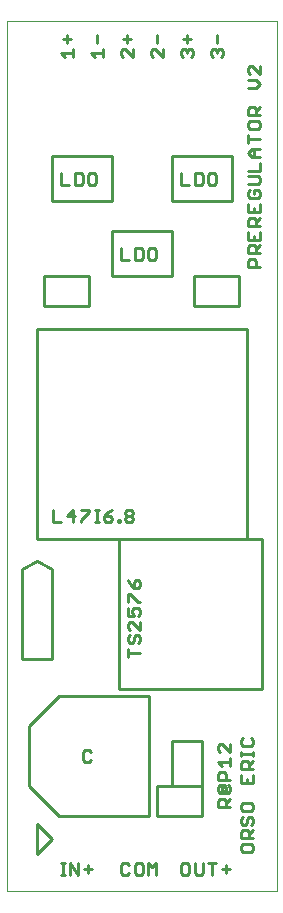
<source format=gto>
G75*
G70*
%OFA0B0*%
%FSLAX24Y24*%
%IPPOS*%
%LPD*%
%AMOC8*
5,1,8,0,0,1.08239X$1,22.5*
%
%ADD10C,0.0000*%
%ADD11C,0.0100*%
D10*
X002127Y000151D02*
X002127Y029151D01*
X011119Y029151D01*
X011119Y000151D01*
X002127Y000151D01*
D11*
X003127Y001401D02*
X003127Y002401D01*
X003627Y001901D01*
X003127Y001401D01*
X003927Y001101D02*
X004060Y001101D01*
X003993Y001101D02*
X003993Y000701D01*
X003927Y000701D02*
X004060Y000701D01*
X004234Y000701D02*
X004234Y001101D01*
X004500Y000701D01*
X004500Y001101D01*
X004694Y000901D02*
X004961Y000901D01*
X004827Y000768D02*
X004827Y001035D01*
X003877Y002651D02*
X006877Y002651D01*
X006877Y006651D01*
X003877Y006651D01*
X002877Y005651D01*
X002877Y003651D01*
X003877Y002651D01*
X004743Y004451D02*
X004677Y004518D01*
X004677Y004785D01*
X004743Y004851D01*
X004877Y004851D01*
X004944Y004785D01*
X004944Y004518D02*
X004877Y004451D01*
X004743Y004451D01*
X005877Y006901D02*
X005877Y011901D01*
X010627Y011901D01*
X010627Y006901D01*
X005877Y006901D01*
X006176Y007951D02*
X006176Y008218D01*
X006176Y008085D02*
X006577Y008085D01*
X006510Y008412D02*
X006577Y008478D01*
X006577Y008612D01*
X006510Y008678D01*
X006443Y008678D01*
X006376Y008612D01*
X006376Y008478D01*
X006310Y008412D01*
X006243Y008412D01*
X006176Y008478D01*
X006176Y008612D01*
X006243Y008678D01*
X006243Y008872D02*
X006176Y008939D01*
X006176Y009072D01*
X006243Y009139D01*
X006310Y009139D01*
X006577Y008872D01*
X006577Y009139D01*
X006510Y009332D02*
X006577Y009399D01*
X006577Y009532D01*
X006510Y009599D01*
X006376Y009599D01*
X006310Y009532D01*
X006310Y009466D01*
X006376Y009332D01*
X006176Y009332D01*
X006176Y009599D01*
X006176Y009793D02*
X006176Y010059D01*
X006243Y010059D01*
X006510Y009793D01*
X006577Y009793D01*
X006510Y010253D02*
X006577Y010320D01*
X006577Y010453D01*
X006510Y010520D01*
X006443Y010520D01*
X006376Y010453D01*
X006376Y010253D01*
X006510Y010253D01*
X006376Y010253D02*
X006243Y010386D01*
X006176Y010520D01*
X005877Y011901D02*
X003127Y011901D01*
X003127Y018901D01*
X010127Y018901D01*
X010127Y011901D01*
X005877Y011901D01*
X005892Y012451D02*
X005825Y012451D01*
X005825Y012518D01*
X005892Y012518D01*
X005892Y012451D01*
X006055Y012518D02*
X006055Y012585D01*
X006122Y012651D01*
X006255Y012651D01*
X006322Y012585D01*
X006322Y012518D01*
X006255Y012451D01*
X006122Y012451D01*
X006055Y012518D01*
X006122Y012651D02*
X006055Y012718D01*
X006055Y012785D01*
X006122Y012851D01*
X006255Y012851D01*
X006322Y012785D01*
X006322Y012718D01*
X006255Y012651D01*
X005631Y012585D02*
X005565Y012651D01*
X005365Y012651D01*
X005365Y012518D01*
X005431Y012451D01*
X005565Y012451D01*
X005631Y012518D01*
X005631Y012585D01*
X005498Y012785D02*
X005365Y012651D01*
X005498Y012785D02*
X005631Y012851D01*
X005191Y012851D02*
X005058Y012851D01*
X005124Y012851D02*
X005124Y012451D01*
X005058Y012451D02*
X005191Y012451D01*
X004864Y012785D02*
X004597Y012518D01*
X004597Y012451D01*
X004404Y012651D02*
X004137Y012651D01*
X004337Y012851D01*
X004337Y012451D01*
X004597Y012851D02*
X004864Y012851D01*
X004864Y012785D01*
X003944Y012451D02*
X003677Y012451D01*
X003677Y012851D01*
X003127Y011151D02*
X003627Y010901D01*
X003627Y007901D01*
X002627Y007901D01*
X002627Y010901D01*
X003127Y011151D01*
X003377Y019651D02*
X004877Y019651D01*
X004877Y020651D01*
X003377Y020651D01*
X003377Y019651D01*
X003627Y023151D02*
X003627Y024651D01*
X005627Y024651D01*
X005627Y023151D01*
X003627Y023151D01*
X003927Y023701D02*
X004194Y023701D01*
X004387Y023701D02*
X004587Y023701D01*
X004654Y023768D01*
X004654Y024035D01*
X004587Y024101D01*
X004387Y024101D01*
X004387Y023701D01*
X003927Y023701D02*
X003927Y024101D01*
X004847Y024035D02*
X004847Y023768D01*
X004914Y023701D01*
X005047Y023701D01*
X005114Y023768D01*
X005114Y024035D01*
X005047Y024101D01*
X004914Y024101D01*
X004847Y024035D01*
X005627Y022151D02*
X005627Y020651D01*
X007627Y020651D01*
X007627Y022151D01*
X005627Y022151D01*
X005927Y021601D02*
X005927Y021201D01*
X006194Y021201D01*
X006387Y021201D02*
X006587Y021201D01*
X006654Y021268D01*
X006654Y021535D01*
X006587Y021601D01*
X006387Y021601D01*
X006387Y021201D01*
X006847Y021268D02*
X006914Y021201D01*
X007047Y021201D01*
X007114Y021268D01*
X007114Y021535D01*
X007047Y021601D01*
X006914Y021601D01*
X006847Y021535D01*
X006847Y021268D01*
X007627Y023151D02*
X009627Y023151D01*
X009627Y024651D01*
X007627Y024651D01*
X007627Y023151D01*
X007927Y023701D02*
X008194Y023701D01*
X008387Y023701D02*
X008387Y024101D01*
X008587Y024101D01*
X008654Y024035D01*
X008654Y023768D01*
X008587Y023701D01*
X008387Y023701D01*
X007927Y023701D02*
X007927Y024101D01*
X008847Y024035D02*
X008847Y023768D01*
X008914Y023701D01*
X009047Y023701D01*
X009114Y023768D01*
X009114Y024035D01*
X009047Y024101D01*
X008914Y024101D01*
X008847Y024035D01*
X010176Y023980D02*
X010510Y023980D01*
X010577Y023913D01*
X010577Y023780D01*
X010510Y023713D01*
X010176Y023713D01*
X010243Y023520D02*
X010176Y023453D01*
X010176Y023320D01*
X010243Y023253D01*
X010510Y023253D01*
X010577Y023320D01*
X010577Y023453D01*
X010510Y023520D01*
X010376Y023520D01*
X010376Y023386D01*
X010577Y023059D02*
X010577Y022793D01*
X010176Y022793D01*
X010176Y023059D01*
X010243Y022599D02*
X010376Y022599D01*
X010443Y022532D01*
X010443Y022332D01*
X010577Y022332D02*
X010176Y022332D01*
X010176Y022532D01*
X010243Y022599D01*
X010376Y022793D02*
X010376Y022926D01*
X010577Y022599D02*
X010443Y022466D01*
X010577Y022139D02*
X010577Y021872D01*
X010176Y021872D01*
X010176Y022139D01*
X010376Y022005D02*
X010376Y021872D01*
X010376Y021678D02*
X010443Y021612D01*
X010443Y021412D01*
X010443Y021545D02*
X010577Y021678D01*
X010376Y021678D02*
X010243Y021678D01*
X010176Y021612D01*
X010176Y021412D01*
X010577Y021412D01*
X010376Y021218D02*
X010443Y021151D01*
X010443Y020951D01*
X010577Y020951D02*
X010176Y020951D01*
X010176Y021151D01*
X010243Y021218D01*
X010376Y021218D01*
X009877Y020651D02*
X009877Y019651D01*
X008377Y019651D01*
X008377Y020651D01*
X009877Y020651D01*
X010176Y024174D02*
X010577Y024174D01*
X010577Y024441D01*
X010577Y024634D02*
X010310Y024634D01*
X010176Y024767D01*
X010310Y024901D01*
X010577Y024901D01*
X010376Y024901D02*
X010376Y024634D01*
X010176Y025094D02*
X010176Y025361D01*
X010176Y025228D02*
X010577Y025228D01*
X010510Y025555D02*
X010577Y025621D01*
X010577Y025755D01*
X010510Y025822D01*
X010243Y025822D01*
X010176Y025755D01*
X010176Y025621D01*
X010243Y025555D01*
X010510Y025555D01*
X010577Y026015D02*
X010176Y026015D01*
X010176Y026215D01*
X010243Y026282D01*
X010376Y026282D01*
X010443Y026215D01*
X010443Y026015D01*
X010443Y026149D02*
X010577Y026282D01*
X010443Y026936D02*
X010577Y027069D01*
X010443Y027203D01*
X010176Y027203D01*
X010243Y027396D02*
X010176Y027463D01*
X010176Y027596D01*
X010243Y027663D01*
X010310Y027663D01*
X010577Y027396D01*
X010577Y027663D01*
X010443Y026936D02*
X010176Y026936D01*
X009260Y027951D02*
X009327Y028018D01*
X009327Y028151D01*
X009260Y028218D01*
X009193Y028218D01*
X009126Y028151D01*
X009126Y028085D01*
X009126Y028151D02*
X009060Y028218D01*
X008993Y028218D01*
X008926Y028151D01*
X008926Y028018D01*
X008993Y027951D01*
X009126Y028412D02*
X009126Y028678D01*
X008260Y028545D02*
X007993Y028545D01*
X007993Y028218D02*
X008060Y028218D01*
X008126Y028151D01*
X008193Y028218D01*
X008260Y028218D01*
X008327Y028151D01*
X008327Y028018D01*
X008260Y027951D01*
X008126Y028085D02*
X008126Y028151D01*
X008126Y028412D02*
X008126Y028678D01*
X007993Y028218D02*
X007926Y028151D01*
X007926Y028018D01*
X007993Y027951D01*
X007327Y027951D02*
X007060Y028218D01*
X006993Y028218D01*
X006926Y028151D01*
X006926Y028018D01*
X006993Y027951D01*
X007126Y028412D02*
X007126Y028678D01*
X007327Y028218D02*
X007327Y027951D01*
X006327Y027951D02*
X006060Y028218D01*
X005993Y028218D01*
X005926Y028151D01*
X005926Y028018D01*
X005993Y027951D01*
X006126Y028412D02*
X006126Y028678D01*
X005993Y028545D02*
X006260Y028545D01*
X006327Y028218D02*
X006327Y027951D01*
X005327Y027951D02*
X005327Y028218D01*
X005327Y028085D02*
X004926Y028085D01*
X005060Y027951D01*
X005126Y028412D02*
X005126Y028678D01*
X004327Y028218D02*
X004327Y027951D01*
X004327Y028085D02*
X003926Y028085D01*
X004060Y027951D01*
X004126Y028412D02*
X004126Y028678D01*
X003993Y028545D02*
X004260Y028545D01*
X007627Y005151D02*
X007627Y003651D01*
X007127Y003651D01*
X007127Y002651D01*
X008627Y002651D01*
X008627Y003651D01*
X007627Y003651D01*
X007627Y005151D02*
X008627Y005151D01*
X008627Y003651D01*
X009176Y003612D02*
X009176Y003478D01*
X009243Y003412D01*
X009510Y003412D01*
X009577Y003478D01*
X009577Y003612D01*
X009510Y003678D01*
X009443Y003612D02*
X009443Y003478D01*
X009310Y003478D01*
X009310Y003612D01*
X009443Y003612D01*
X009376Y003678D01*
X009243Y003678D01*
X009176Y003612D01*
X009176Y003872D02*
X009176Y004072D01*
X009243Y004139D01*
X009376Y004139D01*
X009443Y004072D01*
X009443Y003872D01*
X009577Y003872D02*
X009176Y003872D01*
X009310Y004332D02*
X009176Y004466D01*
X009577Y004466D01*
X009577Y004599D02*
X009577Y004332D01*
X009577Y004793D02*
X009310Y005059D01*
X009243Y005059D01*
X009176Y004993D01*
X009176Y004859D01*
X009243Y004793D01*
X009577Y004793D02*
X009577Y005059D01*
X009926Y005047D02*
X009993Y004981D01*
X010260Y004981D01*
X010327Y005047D01*
X010327Y005181D01*
X010260Y005247D01*
X010327Y004807D02*
X010327Y004674D01*
X010327Y004740D02*
X009926Y004740D01*
X009926Y004674D02*
X009926Y004807D01*
X009926Y005047D02*
X009926Y005181D01*
X009993Y005247D01*
X009993Y004480D02*
X010126Y004480D01*
X010193Y004413D01*
X010193Y004213D01*
X010327Y004213D02*
X009926Y004213D01*
X009926Y004413D01*
X009993Y004480D01*
X010193Y004347D02*
X010327Y004480D01*
X010327Y004020D02*
X010327Y003753D01*
X009926Y003753D01*
X009926Y004020D01*
X010126Y003886D02*
X010126Y003753D01*
X009993Y003099D02*
X009926Y003032D01*
X009926Y002899D01*
X009993Y002832D01*
X010260Y002832D01*
X010327Y002899D01*
X010327Y003032D01*
X010260Y003099D01*
X009993Y003099D01*
X009993Y002639D02*
X009926Y002572D01*
X009926Y002439D01*
X009993Y002372D01*
X010060Y002372D01*
X010126Y002439D01*
X010126Y002572D01*
X010193Y002639D01*
X010260Y002639D01*
X010327Y002572D01*
X010327Y002439D01*
X010260Y002372D01*
X010327Y002178D02*
X010193Y002045D01*
X010193Y002112D02*
X010193Y001912D01*
X010327Y001912D02*
X009926Y001912D01*
X009926Y002112D01*
X009993Y002178D01*
X010126Y002178D01*
X010193Y002112D01*
X010260Y001718D02*
X009993Y001718D01*
X009926Y001651D01*
X009926Y001518D01*
X009993Y001451D01*
X010260Y001451D01*
X010327Y001518D01*
X010327Y001651D01*
X010260Y001718D01*
X009575Y000901D02*
X009308Y000901D01*
X009441Y001035D02*
X009441Y000768D01*
X009114Y001101D02*
X008847Y001101D01*
X008981Y001101D02*
X008981Y000701D01*
X008654Y000768D02*
X008654Y001101D01*
X008654Y000768D02*
X008587Y000701D01*
X008454Y000701D01*
X008387Y000768D01*
X008387Y001101D01*
X008194Y001035D02*
X008194Y000768D01*
X008127Y000701D01*
X007993Y000701D01*
X007927Y000768D01*
X007927Y001035D01*
X007993Y001101D01*
X008127Y001101D01*
X008194Y001035D01*
X007114Y001101D02*
X007114Y000701D01*
X006981Y000968D02*
X007114Y001101D01*
X006981Y000968D02*
X006847Y001101D01*
X006847Y000701D01*
X006654Y000768D02*
X006654Y001035D01*
X006587Y001101D01*
X006454Y001101D01*
X006387Y001035D01*
X006387Y000768D01*
X006454Y000701D01*
X006587Y000701D01*
X006654Y000768D01*
X006194Y000768D02*
X006127Y000701D01*
X005993Y000701D01*
X005927Y000768D01*
X005927Y001035D01*
X005993Y001101D01*
X006127Y001101D01*
X006194Y001035D01*
X009176Y002951D02*
X009176Y003151D01*
X009243Y003218D01*
X009376Y003218D01*
X009443Y003151D01*
X009443Y002951D01*
X009443Y003085D02*
X009577Y003218D01*
X009577Y002951D02*
X009176Y002951D01*
M02*

</source>
